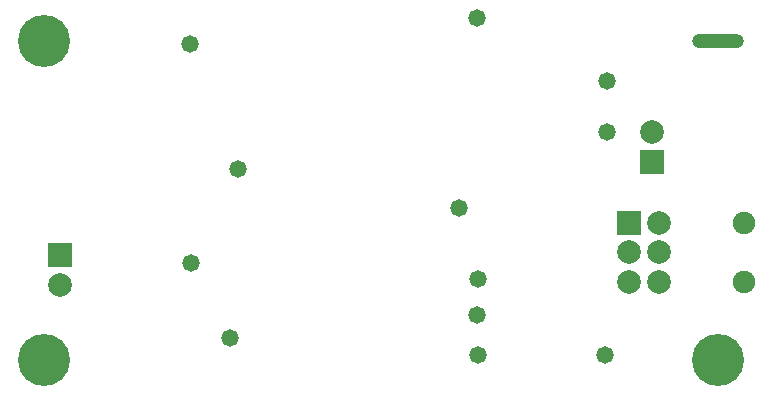
<source format=gbs>
G04*
G04 #@! TF.GenerationSoftware,Altium Limited,Altium Designer,18.1.11 (251)*
G04*
G04 Layer_Color=16711935*
%FSLAX25Y25*%
%MOIN*%
G70*
G01*
G75*
%ADD47O,0.17335X0.04816*%
%ADD48C,0.07493*%
%ADD49C,0.07887*%
%ADD50R,0.07887X0.07887*%
%ADD51C,0.17335*%
%ADD52C,0.05800*%
D47*
X240158Y122047D02*
D03*
D48*
X248819Y41732D02*
D03*
Y61417D02*
D03*
D49*
X220551Y41732D02*
D03*
Y51575D02*
D03*
Y61417D02*
D03*
X210709Y41732D02*
D03*
Y51575D02*
D03*
X20866Y40669D02*
D03*
X218110Y91614D02*
D03*
D50*
X210709Y61417D02*
D03*
X20866Y50669D02*
D03*
X218110Y81614D02*
D03*
D51*
X15748Y15748D02*
D03*
Y122047D02*
D03*
X240158Y15748D02*
D03*
D52*
X203150Y91614D02*
D03*
Y108661D02*
D03*
X202756Y17323D02*
D03*
X160138Y17323D02*
D03*
X159843Y30709D02*
D03*
X153937Y66142D02*
D03*
X77559Y22933D02*
D03*
X159843Y129528D02*
D03*
X64173Y120866D02*
D03*
X64567Y48031D02*
D03*
X80216Y79134D02*
D03*
X160138Y42520D02*
D03*
M02*

</source>
